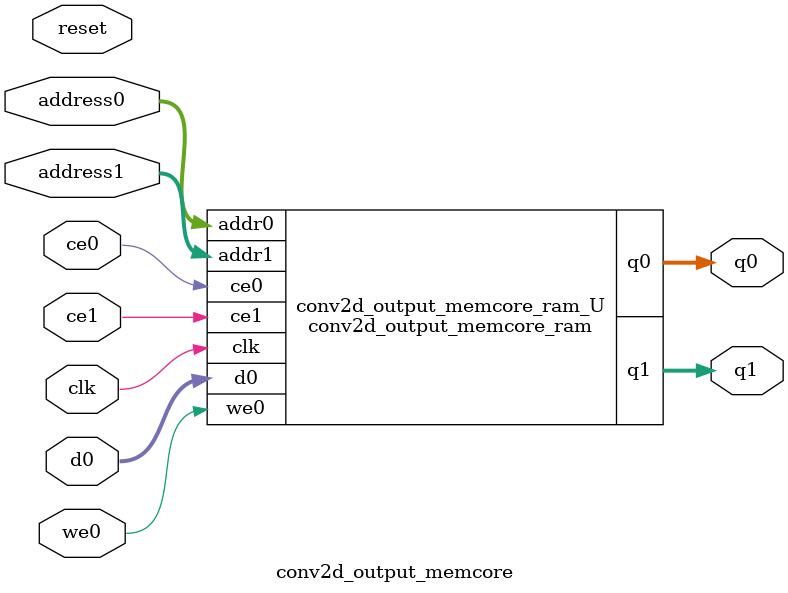
<source format=v>
`timescale 1 ns / 1 ps
module conv2d_output_memcore_ram (addr0, ce0, d0, we0, q0, addr1, ce1, q1,  clk);

parameter DWIDTH = 32;
parameter AWIDTH = 10;
parameter MEM_SIZE = 900;

input[AWIDTH-1:0] addr0;
input ce0;
input[DWIDTH-1:0] d0;
input we0;
output reg[DWIDTH-1:0] q0;
input[AWIDTH-1:0] addr1;
input ce1;
output reg[DWIDTH-1:0] q1;
input clk;

(* ram_style = "block" *)reg [DWIDTH-1:0] ram[0:MEM_SIZE-1];




always @(posedge clk)  
begin 
    if (ce0) 
    begin
        if (we0) 
        begin 
            ram[addr0] <= d0; 
        end 
        q0 <= ram[addr0];
    end
end


always @(posedge clk)  
begin 
    if (ce1) 
    begin
        q1 <= ram[addr1];
    end
end


endmodule

`timescale 1 ns / 1 ps
module conv2d_output_memcore(
    reset,
    clk,
    address0,
    ce0,
    we0,
    d0,
    q0,
    address1,
    ce1,
    q1);

parameter DataWidth = 32'd32;
parameter AddressRange = 32'd900;
parameter AddressWidth = 32'd10;
input reset;
input clk;
input[AddressWidth - 1:0] address0;
input ce0;
input we0;
input[DataWidth - 1:0] d0;
output[DataWidth - 1:0] q0;
input[AddressWidth - 1:0] address1;
input ce1;
output[DataWidth - 1:0] q1;



conv2d_output_memcore_ram conv2d_output_memcore_ram_U(
    .clk( clk ),
    .addr0( address0 ),
    .ce0( ce0 ),
    .we0( we0 ),
    .d0( d0 ),
    .q0( q0 ),
    .addr1( address1 ),
    .ce1( ce1 ),
    .q1( q1 ));

endmodule


</source>
